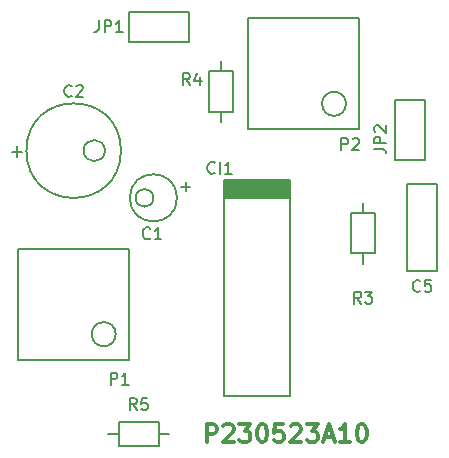
<source format=gbr>
%TF.GenerationSoftware,KiCad,Pcbnew,(5.1.12)-1*%
%TF.CreationDate,2023-06-26T22:46:53-03:00*%
%TF.ProjectId,P230523A10 - CONTROLE,50323330-3532-4334-9131-30202d20434f,rev?*%
%TF.SameCoordinates,Original*%
%TF.FileFunction,Legend,Top*%
%TF.FilePolarity,Positive*%
%FSLAX46Y46*%
G04 Gerber Fmt 4.6, Leading zero omitted, Abs format (unit mm)*
G04 Created by KiCad (PCBNEW (5.1.12)-1) date 2023-06-26 22:46:53*
%MOMM*%
%LPD*%
G01*
G04 APERTURE LIST*
%ADD10C,0.300000*%
%ADD11C,0.200000*%
%ADD12C,0.100000*%
%ADD13C,0.180000*%
%ADD14C,0.150000*%
G04 APERTURE END LIST*
D10*
X143750000Y-158178571D02*
X143750000Y-156678571D01*
X144321428Y-156678571D01*
X144464285Y-156750000D01*
X144535714Y-156821428D01*
X144607142Y-156964285D01*
X144607142Y-157178571D01*
X144535714Y-157321428D01*
X144464285Y-157392857D01*
X144321428Y-157464285D01*
X143750000Y-157464285D01*
X145178571Y-156821428D02*
X145250000Y-156750000D01*
X145392857Y-156678571D01*
X145750000Y-156678571D01*
X145892857Y-156750000D01*
X145964285Y-156821428D01*
X146035714Y-156964285D01*
X146035714Y-157107142D01*
X145964285Y-157321428D01*
X145107142Y-158178571D01*
X146035714Y-158178571D01*
X146535714Y-156678571D02*
X147464285Y-156678571D01*
X146964285Y-157250000D01*
X147178571Y-157250000D01*
X147321428Y-157321428D01*
X147392857Y-157392857D01*
X147464285Y-157535714D01*
X147464285Y-157892857D01*
X147392857Y-158035714D01*
X147321428Y-158107142D01*
X147178571Y-158178571D01*
X146750000Y-158178571D01*
X146607142Y-158107142D01*
X146535714Y-158035714D01*
X148392857Y-156678571D02*
X148535714Y-156678571D01*
X148678571Y-156750000D01*
X148750000Y-156821428D01*
X148821428Y-156964285D01*
X148892857Y-157250000D01*
X148892857Y-157607142D01*
X148821428Y-157892857D01*
X148750000Y-158035714D01*
X148678571Y-158107142D01*
X148535714Y-158178571D01*
X148392857Y-158178571D01*
X148250000Y-158107142D01*
X148178571Y-158035714D01*
X148107142Y-157892857D01*
X148035714Y-157607142D01*
X148035714Y-157250000D01*
X148107142Y-156964285D01*
X148178571Y-156821428D01*
X148250000Y-156750000D01*
X148392857Y-156678571D01*
X150250000Y-156678571D02*
X149535714Y-156678571D01*
X149464285Y-157392857D01*
X149535714Y-157321428D01*
X149678571Y-157250000D01*
X150035714Y-157250000D01*
X150178571Y-157321428D01*
X150250000Y-157392857D01*
X150321428Y-157535714D01*
X150321428Y-157892857D01*
X150250000Y-158035714D01*
X150178571Y-158107142D01*
X150035714Y-158178571D01*
X149678571Y-158178571D01*
X149535714Y-158107142D01*
X149464285Y-158035714D01*
X150892857Y-156821428D02*
X150964285Y-156750000D01*
X151107142Y-156678571D01*
X151464285Y-156678571D01*
X151607142Y-156750000D01*
X151678571Y-156821428D01*
X151750000Y-156964285D01*
X151750000Y-157107142D01*
X151678571Y-157321428D01*
X150821428Y-158178571D01*
X151750000Y-158178571D01*
X152250000Y-156678571D02*
X153178571Y-156678571D01*
X152678571Y-157250000D01*
X152892857Y-157250000D01*
X153035714Y-157321428D01*
X153107142Y-157392857D01*
X153178571Y-157535714D01*
X153178571Y-157892857D01*
X153107142Y-158035714D01*
X153035714Y-158107142D01*
X152892857Y-158178571D01*
X152464285Y-158178571D01*
X152321428Y-158107142D01*
X152250000Y-158035714D01*
X153750000Y-157750000D02*
X154464285Y-157750000D01*
X153607142Y-158178571D02*
X154107142Y-156678571D01*
X154607142Y-158178571D01*
X155892857Y-158178571D02*
X155035714Y-158178571D01*
X155464285Y-158178571D02*
X155464285Y-156678571D01*
X155321428Y-156892857D01*
X155178571Y-157035714D01*
X155035714Y-157107142D01*
X156821428Y-156678571D02*
X156964285Y-156678571D01*
X157107142Y-156750000D01*
X157178571Y-156821428D01*
X157250000Y-156964285D01*
X157321428Y-157250000D01*
X157321428Y-157607142D01*
X157250000Y-157892857D01*
X157178571Y-158035714D01*
X157107142Y-158107142D01*
X156964285Y-158178571D01*
X156821428Y-158178571D01*
X156678571Y-158107142D01*
X156607142Y-158035714D01*
X156535714Y-157892857D01*
X156464285Y-157607142D01*
X156464285Y-157250000D01*
X156535714Y-156964285D01*
X156607142Y-156821428D01*
X156678571Y-156750000D01*
X156821428Y-156678571D01*
D11*
%TO.C,C1*%
X139250000Y-137500000D02*
G75*
G03*
X139250000Y-137500000I-750000J0D01*
G01*
X141250000Y-137500000D02*
G75*
G03*
X141250000Y-137500000I-2000000J0D01*
G01*
%TO.C,C2*%
X136500312Y-133500000D02*
G75*
G03*
X136500312Y-133500000I-4000811J0D01*
G01*
X135148613Y-133500000D02*
G75*
G03*
X135148613Y-133500000I-900000J0D01*
G01*
%TO.C,C5*%
X160750000Y-136350000D02*
X163250000Y-136350000D01*
X160750000Y-143650000D02*
X160750000Y-136350000D01*
X163250000Y-143650000D02*
X160750000Y-143650000D01*
X163250000Y-136350000D02*
X163250000Y-143650000D01*
%TO.C,CI1*%
X150794000Y-154264000D02*
X150794000Y-135976000D01*
X145206000Y-135976000D02*
X145206000Y-154264000D01*
X150794000Y-135976000D02*
X145206000Y-135976000D01*
X150794000Y-154264000D02*
X145206000Y-154264000D01*
D12*
G36*
X145206000Y-137500000D02*
G01*
X145206000Y-135976000D01*
X150794000Y-135976000D01*
X150794000Y-137500000D01*
X145206000Y-137500000D01*
G37*
X145206000Y-137500000D02*
X145206000Y-135976000D01*
X150794000Y-135976000D01*
X150794000Y-137500000D01*
X145206000Y-137500000D01*
D11*
%TO.C,JP1*%
X142270000Y-124270000D02*
X137190000Y-124270000D01*
X137190000Y-124270000D02*
X137190000Y-121730000D01*
X137190000Y-121730000D02*
X142270000Y-121730000D01*
X142270000Y-121730000D02*
X142270000Y-124270000D01*
%TO.C,JP2*%
X162270000Y-134270000D02*
X159730000Y-134270000D01*
X162270000Y-129190000D02*
X162270000Y-134270000D01*
X159730000Y-129190000D02*
X162270000Y-129190000D01*
X159730000Y-134270000D02*
X159730000Y-129190000D01*
%TO.C,P1*%
X137200000Y-151200000D02*
X127800000Y-151200000D01*
X127800000Y-151200000D02*
X127800000Y-141800000D01*
X127800000Y-141800000D02*
X137200000Y-141800000D01*
X137200000Y-141800000D02*
X137200000Y-151200000D01*
X136056000Y-149040000D02*
G75*
G03*
X136056000Y-149040000I-1016000J0D01*
G01*
%TO.C,P2*%
X155556000Y-129540000D02*
G75*
G03*
X155556000Y-129540000I-1016000J0D01*
G01*
X156700000Y-122300000D02*
X156700000Y-131700000D01*
X147300000Y-122300000D02*
X156700000Y-122300000D01*
X147300000Y-131700000D02*
X147300000Y-122300000D01*
X156700000Y-131700000D02*
X147300000Y-131700000D01*
%TO.C,R3*%
X157000000Y-142200000D02*
X157000000Y-143100000D01*
X157000000Y-138800000D02*
X157000000Y-137900000D01*
X158000000Y-142200000D02*
X158000000Y-138800000D01*
X156000000Y-142200000D02*
X158000000Y-142200000D01*
X156000000Y-138800000D02*
X156000000Y-142200000D01*
X158000000Y-138800000D02*
X156000000Y-138800000D01*
%TO.C,R4*%
X146000000Y-126800000D02*
X144000000Y-126800000D01*
X144000000Y-126800000D02*
X144000000Y-130200000D01*
X144000000Y-130200000D02*
X146000000Y-130200000D01*
X146000000Y-130200000D02*
X146000000Y-126800000D01*
X145000000Y-126800000D02*
X145000000Y-125900000D01*
X145000000Y-130200000D02*
X145000000Y-131100000D01*
%TO.C,R5*%
X139700000Y-157500000D02*
X140600000Y-157500000D01*
X136300000Y-157500000D02*
X135400000Y-157500000D01*
X139700000Y-156500000D02*
X136300000Y-156500000D01*
X139700000Y-158500000D02*
X139700000Y-156500000D01*
X136300000Y-158500000D02*
X139700000Y-158500000D01*
X136300000Y-156500000D02*
X136300000Y-158500000D01*
%TO.C,C1*%
D13*
X138983333Y-140907142D02*
X138935714Y-140954761D01*
X138792857Y-141002380D01*
X138697619Y-141002380D01*
X138554761Y-140954761D01*
X138459523Y-140859523D01*
X138411904Y-140764285D01*
X138364285Y-140573809D01*
X138364285Y-140430952D01*
X138411904Y-140240476D01*
X138459523Y-140145238D01*
X138554761Y-140050000D01*
X138697619Y-140002380D01*
X138792857Y-140002380D01*
X138935714Y-140050000D01*
X138983333Y-140097619D01*
X139935714Y-141002380D02*
X139364285Y-141002380D01*
X139650000Y-141002380D02*
X139650000Y-140002380D01*
X139554761Y-140145238D01*
X139459523Y-140240476D01*
X139364285Y-140288095D01*
D14*
X141619047Y-136571428D02*
X142380952Y-136571428D01*
X142000000Y-136952380D02*
X142000000Y-136190476D01*
%TO.C,C2*%
D13*
X132333333Y-128857142D02*
X132285714Y-128904761D01*
X132142857Y-128952380D01*
X132047619Y-128952380D01*
X131904761Y-128904761D01*
X131809523Y-128809523D01*
X131761904Y-128714285D01*
X131714285Y-128523809D01*
X131714285Y-128380952D01*
X131761904Y-128190476D01*
X131809523Y-128095238D01*
X131904761Y-128000000D01*
X132047619Y-127952380D01*
X132142857Y-127952380D01*
X132285714Y-128000000D01*
X132333333Y-128047619D01*
X132714285Y-128047619D02*
X132761904Y-128000000D01*
X132857142Y-127952380D01*
X133095238Y-127952380D01*
X133190476Y-128000000D01*
X133238095Y-128047619D01*
X133285714Y-128142857D01*
X133285714Y-128238095D01*
X133238095Y-128380952D01*
X132666666Y-128952380D01*
X133285714Y-128952380D01*
D14*
X127242857Y-133585714D02*
X128157142Y-133585714D01*
X127700000Y-134042857D02*
X127700000Y-133128571D01*
%TO.C,C5*%
D13*
X161833333Y-145357142D02*
X161785714Y-145404761D01*
X161642857Y-145452380D01*
X161547619Y-145452380D01*
X161404761Y-145404761D01*
X161309523Y-145309523D01*
X161261904Y-145214285D01*
X161214285Y-145023809D01*
X161214285Y-144880952D01*
X161261904Y-144690476D01*
X161309523Y-144595238D01*
X161404761Y-144500000D01*
X161547619Y-144452380D01*
X161642857Y-144452380D01*
X161785714Y-144500000D01*
X161833333Y-144547619D01*
X162738095Y-144452380D02*
X162261904Y-144452380D01*
X162214285Y-144928571D01*
X162261904Y-144880952D01*
X162357142Y-144833333D01*
X162595238Y-144833333D01*
X162690476Y-144880952D01*
X162738095Y-144928571D01*
X162785714Y-145023809D01*
X162785714Y-145261904D01*
X162738095Y-145357142D01*
X162690476Y-145404761D01*
X162595238Y-145452380D01*
X162357142Y-145452380D01*
X162261904Y-145404761D01*
X162214285Y-145357142D01*
%TO.C,CI1*%
D11*
X144439523Y-135357142D02*
X144391904Y-135404761D01*
X144249047Y-135452380D01*
X144153809Y-135452380D01*
X144010952Y-135404761D01*
X143915714Y-135309523D01*
X143868095Y-135214285D01*
X143820476Y-135023809D01*
X143820476Y-134880952D01*
X143868095Y-134690476D01*
X143915714Y-134595238D01*
X144010952Y-134500000D01*
X144153809Y-134452380D01*
X144249047Y-134452380D01*
X144391904Y-134500000D01*
X144439523Y-134547619D01*
X144868095Y-135452380D02*
X144868095Y-134452380D01*
X145868095Y-135452380D02*
X145296666Y-135452380D01*
X145582380Y-135452380D02*
X145582380Y-134452380D01*
X145487142Y-134595238D01*
X145391904Y-134690476D01*
X145296666Y-134738095D01*
%TO.C,JP1*%
D13*
X134640809Y-122452380D02*
X134640809Y-123166666D01*
X134593190Y-123309523D01*
X134497952Y-123404761D01*
X134355095Y-123452380D01*
X134259857Y-123452380D01*
X135117000Y-123452380D02*
X135117000Y-122452380D01*
X135497952Y-122452380D01*
X135593190Y-122500000D01*
X135640809Y-122547619D01*
X135688428Y-122642857D01*
X135688428Y-122785714D01*
X135640809Y-122880952D01*
X135593190Y-122928571D01*
X135497952Y-122976190D01*
X135117000Y-122976190D01*
X136640809Y-123452380D02*
X136069380Y-123452380D01*
X136355095Y-123452380D02*
X136355095Y-122452380D01*
X136259857Y-122595238D01*
X136164619Y-122690476D01*
X136069380Y-122738095D01*
%TO.C,JP2*%
X157952380Y-133359190D02*
X158666666Y-133359190D01*
X158809523Y-133406809D01*
X158904761Y-133502047D01*
X158952380Y-133644904D01*
X158952380Y-133740142D01*
X158952380Y-132883000D02*
X157952380Y-132883000D01*
X157952380Y-132502047D01*
X158000000Y-132406809D01*
X158047619Y-132359190D01*
X158142857Y-132311571D01*
X158285714Y-132311571D01*
X158380952Y-132359190D01*
X158428571Y-132406809D01*
X158476190Y-132502047D01*
X158476190Y-132883000D01*
X158047619Y-131930619D02*
X158000000Y-131883000D01*
X157952380Y-131787761D01*
X157952380Y-131549666D01*
X158000000Y-131454428D01*
X158047619Y-131406809D01*
X158142857Y-131359190D01*
X158238095Y-131359190D01*
X158380952Y-131406809D01*
X158952380Y-131978238D01*
X158952380Y-131359190D01*
%TO.C,P1*%
X135621714Y-153302380D02*
X135621714Y-152302380D01*
X136002666Y-152302380D01*
X136097904Y-152350000D01*
X136145523Y-152397619D01*
X136193142Y-152492857D01*
X136193142Y-152635714D01*
X136145523Y-152730952D01*
X136097904Y-152778571D01*
X136002666Y-152826190D01*
X135621714Y-152826190D01*
X137145523Y-153302380D02*
X136574095Y-153302380D01*
X136859809Y-153302380D02*
X136859809Y-152302380D01*
X136764571Y-152445238D01*
X136669333Y-152540476D01*
X136574095Y-152588095D01*
%TO.C,P2*%
X155168714Y-133452380D02*
X155168714Y-132452380D01*
X155549666Y-132452380D01*
X155644904Y-132500000D01*
X155692523Y-132547619D01*
X155740142Y-132642857D01*
X155740142Y-132785714D01*
X155692523Y-132880952D01*
X155644904Y-132928571D01*
X155549666Y-132976190D01*
X155168714Y-132976190D01*
X156121095Y-132547619D02*
X156168714Y-132500000D01*
X156263952Y-132452380D01*
X156502047Y-132452380D01*
X156597285Y-132500000D01*
X156644904Y-132547619D01*
X156692523Y-132642857D01*
X156692523Y-132738095D01*
X156644904Y-132880952D01*
X156073476Y-133452380D01*
X156692523Y-133452380D01*
%TO.C,R3*%
X156833333Y-146452380D02*
X156500000Y-145976190D01*
X156261904Y-146452380D02*
X156261904Y-145452380D01*
X156642857Y-145452380D01*
X156738095Y-145500000D01*
X156785714Y-145547619D01*
X156833333Y-145642857D01*
X156833333Y-145785714D01*
X156785714Y-145880952D01*
X156738095Y-145928571D01*
X156642857Y-145976190D01*
X156261904Y-145976190D01*
X157166666Y-145452380D02*
X157785714Y-145452380D01*
X157452380Y-145833333D01*
X157595238Y-145833333D01*
X157690476Y-145880952D01*
X157738095Y-145928571D01*
X157785714Y-146023809D01*
X157785714Y-146261904D01*
X157738095Y-146357142D01*
X157690476Y-146404761D01*
X157595238Y-146452380D01*
X157309523Y-146452380D01*
X157214285Y-146404761D01*
X157166666Y-146357142D01*
%TO.C,R4*%
X142333333Y-127952380D02*
X142000000Y-127476190D01*
X141761904Y-127952380D02*
X141761904Y-126952380D01*
X142142857Y-126952380D01*
X142238095Y-127000000D01*
X142285714Y-127047619D01*
X142333333Y-127142857D01*
X142333333Y-127285714D01*
X142285714Y-127380952D01*
X142238095Y-127428571D01*
X142142857Y-127476190D01*
X141761904Y-127476190D01*
X143190476Y-127285714D02*
X143190476Y-127952380D01*
X142952380Y-126904761D02*
X142714285Y-127619047D01*
X143333333Y-127619047D01*
%TO.C,R5*%
X137833333Y-155452380D02*
X137500000Y-154976190D01*
X137261904Y-155452380D02*
X137261904Y-154452380D01*
X137642857Y-154452380D01*
X137738095Y-154500000D01*
X137785714Y-154547619D01*
X137833333Y-154642857D01*
X137833333Y-154785714D01*
X137785714Y-154880952D01*
X137738095Y-154928571D01*
X137642857Y-154976190D01*
X137261904Y-154976190D01*
X138738095Y-154452380D02*
X138261904Y-154452380D01*
X138214285Y-154928571D01*
X138261904Y-154880952D01*
X138357142Y-154833333D01*
X138595238Y-154833333D01*
X138690476Y-154880952D01*
X138738095Y-154928571D01*
X138785714Y-155023809D01*
X138785714Y-155261904D01*
X138738095Y-155357142D01*
X138690476Y-155404761D01*
X138595238Y-155452380D01*
X138357142Y-155452380D01*
X138261904Y-155404761D01*
X138214285Y-155357142D01*
%TD*%
M02*

</source>
